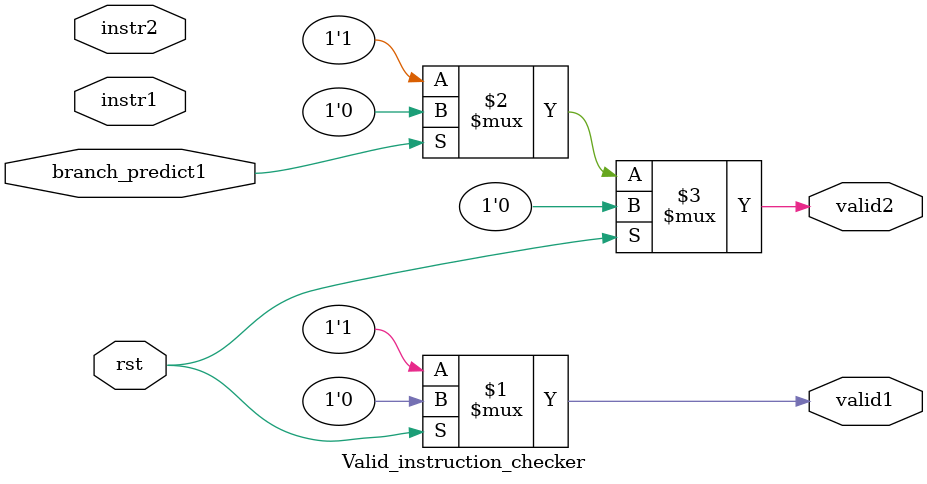
<source format=v>
`timescale 1ns / 1ps
module Valid_instruction_checker(rst, instr1, branch_predict1, instr2, valid1, valid2);
    input rst;
    input [15:0] instr1, instr2;
    input branch_predict1;
    output valid1, valid2;
    assign valid1 = (rst)? 1'b0: 1'b1;
    assign valid2 = (rst)? 1'b0: (branch_predict1)? 1'b0: 1'b1;
endmodule

</source>
